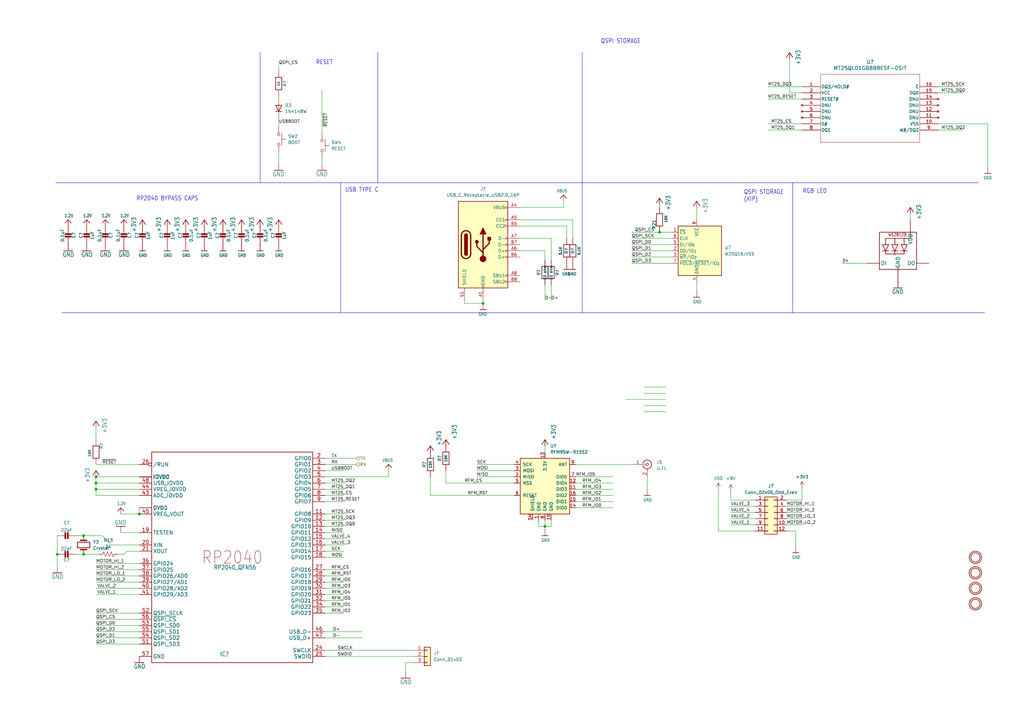
<source format=kicad_sch>
(kicad_sch (version 20250114) (generator "eeschema") (generator_version "9.0")
  (paper "A3")
  (bus_alias "QSPI" (members "d0" "d1" "d2" "d3" "sck" "cs" "cs2"))
  (text "RGB LED" (at 329.184 79.502 0) (effects (font (size 1.778 1.5113)) (justify left bottom)))
  (text "QSPI STORAGE" (at 246.38 18.034 0) (effects (font (size 1.778 1.5113)) (justify left bottom)))
  (text "USB TYPE C" (at 141.478 78.994 0) (effects (font (size 1.778 1.5113)) (justify left bottom)))
  (text "RESET" (at 129.54 26.67 0) (effects (font (size 1.778 1.5113)) (justify left bottom)))
  (text "QSPI STORAGE\n(XIP)" (at 305.054 82.804 0) (effects (font (size 1.778 1.5113)) (justify left bottom)))
  (text "RP2040 BYPASS CAPS" (at 55.88 82.55 0) (effects (font (size 1.778 1.5113)) (justify left bottom)))
  (junction (at 39.37 200.66))
  (junction (at 57.15 210.82))
  (junction (at 23.495 227.33))
  (junction (at 39.37 198.12))
  (junction (at 34.29 219.71))
  (junction (at 39.37 195.58))
  (junction (at 223.52 215.9))
  (junction (at 270.51 95.25))
  (junction (at 34.29 227.33))
  (junction (at 198.12 124.46))
  (wire (pts (xy 259.08 102.87) (xy 275.59 102.87)))
  (wire (pts (xy 57.15 218.44) (xy 49.53 218.44)) (stroke (width 0.1524)))
  (wire (pts (xy 223.52 102.87) (xy 223.52 106.68)))
  (wire (pts (xy 133.35 187.96) (xy 146.05 187.96)) (stroke (width 0.1524)))
  (wire (pts (xy 133.35 193.04) (xy 140.97 193.04)) (stroke (width 0.1524)))
  (wire (pts (xy 140.97 246.38) (xy 133.35 246.38)) (stroke (width 0.1524)))
  (wire (pts (xy 210.82 195.58) (xy 195.58 195.58)) (stroke (width 0.1524)))
  (wire (pts (xy 57.15 233.68) (xy 39.37 233.68)) (stroke (width 0.1524)))
  (wire (pts (xy 176.53 203.2) (xy 210.82 203.2)) (stroke (width 0.1524)))
  (wire (pts (xy 49.53 210.82) (xy 57.15 210.82)) (stroke (width 0.1524)))
  (wire (pts (xy 223.52 213.36) (xy 223.52 215.9)))
  (wire (pts (xy 251.46 200.66) (xy 236.22 200.66)) (stroke (width 0.1524)))
  (wire (pts (xy 146.05 190.5) (xy 133.35 190.5)) (stroke (width 0.1524)))
  (wire (pts (xy 323.85 38.1) (xy 328.93 38.1)))
  (wire (pts (xy 226.06 97.79) (xy 226.06 106.68)))
  (wire (pts (xy 132.08 36.83) (xy 132.08 54.61)))
  (wire (pts (xy 322.58 205.105) (xy 328.93 205.105)))
  (wire (pts (xy 259.08 105.41) (xy 275.59 105.41)))
  (wire (pts (xy 133.35 226.06) (xy 140.97 226.06)) (stroke (width 0.1524)))
  (wire (pts (xy 133.35 195.58) (xy 159.385 195.58)))
  (wire (pts (xy 223.52 116.84) (xy 223.52 123.19)))
  (wire (pts (xy 166.37 271.78) (xy 170.18 271.78)))
  (wire (pts (xy 133.35 266.7) (xy 170.18 266.7)) (stroke (width 0.1524)))
  (wire (pts (xy 31.115 219.71) (xy 32.385 219.71)) (stroke (width 0.1524)))
  (wire (pts (xy 314.96 53.34) (xy 328.93 53.34)))
  (polyline (pts (xy 22.86 74.93) (xy 106.68 74.93)) (stroke (width 0.1524) (type solid)))
  (polyline (pts (xy 325.12 128.27) (xy 403.86 128.27)) (stroke (width 0.1524) (type solid)))
  (wire (pts (xy 23.495 232.41) (xy 23.495 227.33)) (stroke (width 0.1524)))
  (wire (pts (xy 57.15 254) (xy 39.37 254)) (stroke (width 0.1524)))
  (wire (pts (xy 234.95 90.17) (xy 234.95 97.79)))
  (wire (pts (xy 133.35 205.74) (xy 140.97 205.74)) (stroke (width 0.1524)))
  (wire (pts (xy 223.52 182.88) (xy 223.52 185.42)))
  (polyline (pts (xy 154.94 74.93) (xy 154.94 21.59)) (stroke (width 0.1524) (type solid)))
  (polyline (pts (xy 238.76 74.93) (xy 154.94 74.93)) (stroke (width 0.1524) (type solid)))
  (wire (pts (xy 57.15 200.66) (xy 39.37 200.66)) (stroke (width 0.1524)))
  (wire (pts (xy 52.07 226.06) (xy 57.15 226.06)))
  (wire (pts (xy 39.37 175.26) (xy 39.37 180.34)) (stroke (width 0.1524)))
  (wire (pts (xy 31.115 227.33) (xy 32.385 227.33)) (stroke (width 0.1524)))
  (wire (pts (xy 323.85 24.13) (xy 323.85 38.1)))
  (wire (pts (xy 132.08 67.31) (xy 132.08 64.77)) (stroke (width 0.1524)))
  (wire (pts (xy 270.51 83.82) (xy 270.51 85.09)) (stroke (width 0.1524)))
  (wire (pts (xy 328.93 200.025) (xy 328.93 205.105)))
  (wire (pts (xy 23.495 219.71) (xy 23.495 227.33)) (stroke (width 0.1524)))
  (wire (pts (xy 39.37 238.76) (xy 57.15 238.76)) (stroke (width 0.1524)))
  (wire (pts (xy 232.41 92.71) (xy 232.41 97.79)))
  (wire (pts (xy 39.37 231.14) (xy 57.15 231.14)) (stroke (width 0.1524)))
  (wire (pts (xy 39.37 198.12) (xy 39.37 195.58)) (stroke (width 0.1524)))
  (wire (pts (xy 198.12 123.19) (xy 198.12 124.46)))
  (wire (pts (xy 133.35 269.24) (xy 170.18 269.24)) (stroke (width 0.1524)))
  (wire (pts (xy 213.36 102.87) (xy 223.52 102.87)))
  (wire (pts (xy 57.15 195.58) (xy 39.37 195.58)) (stroke (width 0.1524)))
  (wire (pts (xy 39.37 203.2) (xy 39.37 200.66)) (stroke (width 0.1524)))
  (wire (pts (xy 114.3 39.37) (xy 114.3 40.64)))
  (wire (pts (xy 57.15 203.2) (xy 39.37 203.2)) (stroke (width 0.1524)))
  (wire (pts (xy 322.58 210.185) (xy 328.93 210.185)))
  (wire (pts (xy 57.15 198.12) (xy 39.37 198.12)) (stroke (width 0.1524)))
  (wire (pts (xy 34.29 227.33) (xy 40.64 227.33)))
  (wire (pts (xy 39.37 259.08) (xy 57.15 259.08)) (stroke (width 0.1524)))
  (wire (pts (xy 195.58 190.5) (xy 210.82 190.5)) (stroke (width 0.1524)))
  (wire (pts (xy 133.35 210.82) (xy 140.97 210.82)) (stroke (width 0.1524)))
  (wire (pts (xy 226.06 116.84) (xy 226.06 123.19)))
  (wire (pts (xy 264.16 168.91) (xy 273.05 168.91)) (stroke (width 0.1524)))
  (wire (pts (xy 259.08 97.79) (xy 275.59 97.79)))
  (wire (pts (xy 57.15 190.5) (xy 39.37 190.5)) (stroke (width 0.1524)))
  (wire (pts (xy 384.81 53.34) (xy 394.97 53.34)))
  (wire (pts (xy 213.36 92.71) (xy 232.41 92.71)))
  (wire (pts (xy 251.46 203.2) (xy 236.22 203.2)) (stroke (width 0.1524)))
  (wire (pts (xy 57.15 251.46) (xy 39.37 251.46)) (stroke (width 0.1524)))
  (wire (pts (xy 299.72 201.295) (xy 299.72 205.105)))
  (wire (pts (xy 314.96 40.64) (xy 328.93 40.64)))
  (polyline (pts (xy 401.32 74.93) (xy 325.12 74.93)) (stroke (width 0.1524) (type solid)))
  (wire (pts (xy 231.14 82.55) (xy 231.14 85.09)))
  (wire (pts (xy 133.35 203.2) (xy 140.97 203.2)) (stroke (width 0.1524)))
  (wire (pts (xy 213.36 90.17) (xy 234.95 90.17)))
  (polyline (pts (xy 325.12 74.93) (xy 238.76 74.93)) (stroke (width 0.1524) (type solid)))
  (wire (pts (xy 48.26 227.33) (xy 50.8 227.33)))
  (wire (pts (xy 256.54 163.83) (xy 273.05 163.83)))
  (wire (pts (xy 39.37 261.62) (xy 57.15 261.62)) (stroke (width 0.1524)))
  (wire (pts (xy 133.35 213.36) (xy 140.97 213.36)) (stroke (width 0.1524)))
  (wire (pts (xy 314.96 50.8) (xy 328.93 50.8)))
  (wire (pts (xy 220.98 215.9) (xy 223.52 215.9)))
  (wire (pts (xy 114.3 29.21) (xy 114.3 26.67)) (stroke (width 0.1524)))
  (wire (pts (xy 299.72 210.185) (xy 309.88 210.185)))
  (wire (pts (xy 195.58 193.04) (xy 210.82 193.04)) (stroke (width 0.1524)))
  (wire (pts (xy 405.13 50.8) (xy 405.13 68.58)))
  (wire (pts (xy 133.35 198.12) (xy 140.97 198.12)))
  (wire (pts (xy 384.81 38.1) (xy 394.97 38.1)))
  (wire (pts (xy 114.3 48.26) (xy 114.3 52.07)))
  (wire (pts (xy 133.35 259.08) (xy 148.59 259.08)) (stroke (width 0.1524)))
  (wire (pts (xy 326.39 217.805) (xy 326.39 224.155)))
  (wire (pts (xy 39.37 200.66) (xy 39.37 198.12)) (stroke (width 0.1524)))
  (wire (pts (xy 314.96 35.56) (xy 328.93 35.56)))
  (wire (pts (xy 32.385 219.71) (xy 34.29 219.71)))
  (wire (pts (xy 384.81 35.56) (xy 394.97 35.56)))
  (wire (pts (xy 32.385 227.33) (xy 34.29 227.33)))
  (wire (pts (xy 133.35 200.66) (xy 140.97 200.66)) (stroke (width 0.1524)))
  (polyline (pts (xy 106.68 74.93) (xy 106.68 21.59)) (stroke (width 0.1524) (type solid)))
  (wire (pts (xy 133.35 233.68) (xy 140.97 233.68)) (stroke (width 0.1524)))
  (wire (pts (xy 140.97 241.3) (xy 133.35 241.3)) (stroke (width 0.1524)))
  (wire (pts (xy 39.37 256.54) (xy 57.15 256.54)) (stroke (width 0.1524)))
  (wire (pts (xy 57.15 208.28) (xy 57.15 210.82)) (stroke (width 0.1524)))
  (wire (pts (xy 50.8 227.33) (xy 52.07 226.06)))
  (wire (pts (xy 133.35 215.9) (xy 140.97 215.9)) (stroke (width 0.1524)))
  (polyline (pts (xy 139.7 74.93) (xy 106.68 74.93)) (stroke (width 0.1524) (type solid)))
  (wire (pts (xy 299.72 212.725) (xy 309.88 212.725)))
  (wire (pts (xy 39.37 243.84) (xy 57.15 243.84)) (stroke (width 0.1524)))
  (wire (pts (xy 270.51 95.25) (xy 275.59 95.25)))
  (wire (pts (xy 166.37 271.78) (xy 166.37 275.59)))
  (wire (pts (xy 190.5 124.46) (xy 198.12 124.46)))
  (polyline (pts (xy 325.12 128.27) (xy 325.12 74.93)) (stroke (width 0.1524) (type solid)))
  (wire (pts (xy 322.58 217.805) (xy 326.39 217.805)))
  (polyline (pts (xy 139.7 128.27) (xy 139.7 74.93)) (stroke (width 0.1524) (type solid)))
  (wire (pts (xy 322.58 212.725) (xy 328.93 212.725)))
  (wire (pts (xy 265.43 195.58) (xy 265.43 200.66)) (stroke (width 0.1524)))
  (wire (pts (xy 322.58 215.265) (xy 328.93 215.265)))
  (wire (pts (xy 182.88 198.12) (xy 182.88 193.04)) (stroke (width 0.1524)))
  (wire (pts (xy 299.72 205.105) (xy 309.88 205.105)))
  (wire (pts (xy 373.38 90.17) (xy 373.38 87.63)) (stroke (width 0.1524)))
  (wire (pts (xy 273.05 166.37) (xy 264.16 166.37)) (stroke (width 0.1524)))
  (wire (pts (xy 133.35 223.52) (xy 140.97 223.52)))
  (wire (pts (xy 294.64 200.66) (xy 294.64 217.805)))
  (wire (pts (xy 140.97 251.46) (xy 133.35 251.46)) (stroke (width 0.1524)))
  (wire (pts (xy 133.35 243.84) (xy 140.97 243.84)) (stroke (width 0.1524)))
  (wire (pts (xy 57.15 241.3) (xy 39.37 241.3)) (stroke (width 0.1524)))
  (wire (pts (xy 259.08 95.25) (xy 270.51 95.25)))
  (wire (pts (xy 176.53 203.2) (xy 176.53 195.58)) (stroke (width 0.1524)))
  (wire (pts (xy 223.52 215.9) (xy 223.52 217.17)))
  (wire (pts (xy 133.35 261.62) (xy 148.59 261.62)) (stroke (width 0.1524)))
  (wire (pts (xy 285.75 85.09) (xy 285.75 90.17)) (stroke (width 0.1524)))
  (wire (pts (xy 322.58 207.645) (xy 328.93 207.645)))
  (wire (pts (xy 133.35 238.76) (xy 140.97 238.76)) (stroke (width 0.1524)))
  (wire (pts (xy 236.22 198.12) (xy 251.46 198.12)) (stroke (width 0.1524)))
  (wire (pts (xy 251.46 208.28) (xy 236.22 208.28)) (stroke (width 0.1524)))
  (polyline (pts (xy 25.4 128.27) (xy 238.76 128.27)) (stroke (width 0.1524) (type solid)))
  (wire (pts (xy 355.6 107.95) (xy 345.44 107.95)) (stroke (width 0.1524)))
  (wire (pts (xy 226.06 213.36) (xy 226.06 215.9)))
  (wire (pts (xy 285.75 115.57) (xy 285.75 119.38)))
  (wire (pts (xy 190.5 123.19) (xy 190.5 124.46)))
  (polyline (pts (xy 238.76 74.93) (xy 238.76 21.59)) (stroke (width 0.1524) (type solid)))
  (wire (pts (xy 251.46 205.74) (xy 236.22 205.74)) (stroke (width 0.1524)))
  (wire (pts (xy 45.72 223.52) (xy 41.91 219.71)))
  (wire (pts (xy 133.35 218.44) (xy 140.97 218.44)) (stroke (width 0.1524)))
  (wire (pts (xy 114.3 62.23) (xy 114.3 67.31)) (stroke (width 0.1524)))
  (wire (pts (xy 159.385 193.04) (xy 159.385 195.58)))
  (wire (pts (xy 133.35 228.6) (xy 140.97 228.6)) (stroke (width 0.1524)))
  (wire (pts (xy 45.72 223.52) (xy 57.15 223.52)))
  (wire (pts (xy 294.64 217.805) (xy 309.88 217.805)))
  (polyline (pts (xy 238.76 128.27) (xy 238.76 74.93)) (stroke (width 0.1524) (type solid)))
  (wire (pts (xy 213.36 85.09) (xy 231.14 85.09)))
  (wire (pts (xy 140.97 236.22) (xy 133.35 236.22)) (stroke (width 0.1524)))
  (wire (pts (xy 259.08 107.95) (xy 275.59 107.95)))
  (polyline (pts (xy 154.94 74.93) (xy 139.7 74.93)) (stroke (width 0.1524) (type solid)))
  (wire (pts (xy 251.46 195.58) (xy 236.22 195.58)) (stroke (width 0.1524)))
  (wire (pts (xy 223.52 215.9) (xy 226.06 215.9)))
  (wire (pts (xy 299.72 215.265) (xy 309.88 215.265)))
  (wire (pts (xy 273.05 161.29) (xy 264.16 161.29)) (stroke (width 0.1524)))
  (wire (pts (xy 259.08 100.33) (xy 275.59 100.33)))
  (wire (pts (xy 299.72 207.645) (xy 309.88 207.645)))
  (wire (pts (xy 133.35 220.98) (xy 140.97 220.98)))
  (wire (pts (xy 213.36 97.79) (xy 226.06 97.79)))
  (wire (pts (xy 57.15 236.22) (xy 39.37 236.22)) (stroke (width 0.1524)))
  (wire (pts (xy 133.35 248.92) (xy 140.97 248.92)) (stroke (width 0.1524)))
  (wire (pts (xy 220.98 213.36) (xy 220.98 215.9)))
  (wire (pts (xy 182.88 198.12) (xy 210.82 198.12)) (stroke (width 0.1524)))
  (wire (pts (xy 384.81 50.8) (xy 405.13 50.8)))
  (wire (pts (xy 34.29 219.71) (xy 41.91 219.71)))
  (wire (pts (xy 264.16 158.75) (xy 273.05 158.75)) (stroke (width 0.1524)))
  (polyline (pts (xy 238.76 128.27) (xy 325.12 128.27)) (stroke (width 0.1524) (type solid)))
  (wire (pts (xy 39.37 264.16) (xy 57.15 264.16)))
  (wire (pts (xy 236.22 190.5) (xy 260.35 190.5)))
  (label "QSPI_CS" (at 39.37 254 0) (effects (font (size 1.2446 1.2446))))
  (label "USBBOOT" (at 135.89 193.04 0) (effects (font (size 1.2446 1.2446))))
  (label "SCK" (at 135.89 226.06 0) (effects (font (size 1.2446 1.2446))))
  (label "RFM_IO3" (at 238.76 200.66 0) (effects (font (size 1.2446 1.2446))))
  (label "RFM_IO5" (at 236.22 195.58 0) (effects (font (size 1.2446 1.2446))))
  (label "QSPI_CS" (at 114.3 26.67 0) (effects (font (size 1.2446 1.2446))))
  (label "RFM_CS" (at 135.89 233.68 0) (effects (font (size 1.2446 1.2446))))
  (label "RFM_IO4" (at 135.89 243.84 0) (effects (font (size 1.2446 1.2446))))
  (label "MOTOR_LO_1" (at 39.37 236.22 0))
  (label "RFM_IO0" (at 238.76 208.28 0) (effects (font (size 1.2446 1.2446))))
  (label "MT25_DQ0" (at 386.08 38.1 0))
  (label "MT25_DQ2" (at 386.08 53.34 0))
  (label "TX" (at 135.89 187.96 0) (effects (font (size 1.2446 1.2446))))
  (label "MOTOR_LO_1" (at 322.58 212.725 0))
  (label "MOSI" (at 195.58 193.04 0) (effects (font (size 1.2446 1.2446))))
  (label "VALVE_1" (at 299.72 215.265 0))
  (label "RFM_CS" (at 190.5 198.12 0) (effects (font (size 1.2446 1.2446))))
  (label "MOTOR_LO_2" (at 39.37 238.76 0))
  (label "VALVE_2" (at 47.625 241.3 180))
  (label "SWCLK" (at 138.43 266.7 0) (effects (font (size 1.2446 1.2446))))
  (label "MT25_CS" (at 135.89 203.2 0))
  (label "RFM_RST" (at 191.77 203.2 0) (effects (font (size 1.2446 1.2446))))
  (label "RFM_RST" (at 135.89 236.22 0) (effects (font (size 1.2446 1.2446))))
  (label "RFM_IO1" (at 135.89 248.92 0) (effects (font (size 1.2446 1.2446))))
  (label "MT25_SCK" (at 135.89 210.82 0))
  (label "USBBOOT" (at 114.3 50.8 0) (effects (font (size 1.2446 1.2446))))
  (label "MT25_DQ3" (at 135.89 213.36 0))
  (label "QSPI_D0" (at 39.37 256.54 0) (effects (font (size 1.2446 1.2446))))
  (label "MT25_DQ0" (at 135.89 215.9 0))
  (label "MOSI" (at 135.89 228.6 0) (effects (font (size 1.2446 1.2446))))
  (label "MISO" (at 135.89 218.44 0) (effects (font (size 1.2446 1.2446))))
  (label "D-" (at 223.52 123.19 0))
  (label "QSPI_SCK" (at 259.08 97.79 0))
  (label "D-" (at 136.525 261.62 0) (effects (font (size 1.2446 1.2446))))
  (label "SCK" (at 195.58 190.5 0) (effects (font (size 1.2446 1.2446))))
  (label "RFM_IO1" (at 238.76 205.74 0) (effects (font (size 1.2446 1.2446))))
  (label "MOTOR_HI_2" (at 322.58 210.185 0))
  (label "QSPI_D0" (at 259.08 100.33 0))
  (label "QSPI_D1" (at 39.37 261.62 0) (effects (font (size 1.2446 1.2446))))
  (label "RFM_IO4" (at 238.76 198.12 0) (effects (font (size 1.2446 1.2446))))
  (label "MT25_DQ2" (at 135.89 198.12 0))
  (label "~{RESET}" (at 134.62 52.07 90) (effects (font (size 1.2446 1.2446))))
  (label "QSPI_D1" (at 259.08 102.87 0))
  (label "VALVE_1" (at 47.625 243.84 180))
  (label "VALVE_4" (at 135.89 220.98 0))
  (label "RFM_IO2" (at 135.89 251.46 0) (effects (font (size 1.2446 1.2446))))
  (label "MT25_SCK" (at 386.08 35.56 0))
  (label "MT25_DQ3" (at 314.96 35.56 0))
  (label "VALVE_3" (at 299.72 207.645 0))
  (label "QSPI_D3" (at 259.08 107.95 0))
  (label "MT25_DQ1" (at 316.23 53.34 0))
  (label "RFM_IO0" (at 135.89 246.38 0) (effects (font (size 1.2446 1.2446))))
  (label "RFM_IO3" (at 135.89 241.3 0) (effects (font (size 1.2446 1.2446))))
  (label "MISO" (at 195.58 195.58 0) (effects (font (size 1.2446 1.2446))))
  (label "VALVE_3" (at 135.89 223.52 0))
  (label "MT25_CS" (at 316.23 50.8 0))
  (label "QSPI_D2" (at 259.08 105.41 0))
  (label "QSPI_CS" (at 260.35 95.25 0))
  (label "D4" (at 345.44 107.95 0) (effects (font (size 1.2446 1.2446))))
  (label "~{RESET}" (at 41.91 190.5 0) (effects (font (size 1.2446 1.2446))))
  (label "RFM_IO5" (at 135.89 238.76 0) (effects (font (size 1.2446 1.2446))))
  (label "RX" (at 135.89 190.5 0) (effects (font (size 1.2446 1.2446))))
  (label "MOTOR_HI_1" (at 322.58 207.645 0))
  (label "D+" (at 136.525 259.08 0) (effects (font (size 1.2446 1.2446))))
  (label "MT25_RESET" (at 314.96 40.64 0))
  (label "MT25_DQ1" (at 135.89 200.66 0))
  (label "MOTOR_LO_2" (at 322.58 215.265 0))
  (label "QSPI_D2" (at 39.37 259.08 0) (effects (font (size 1.2446 1.2446))))
  (label "MOTOR_HI_2" (at 39.37 233.68 0))
  (label "SWDIO" (at 138.43 269.24 0) (effects (font (size 1.2446 1.2446))))
  (label "VALVE_2" (at 299.72 212.725 0))
  (label "VALVE_4" (at 299.72 210.185 0))
  (label "MT25_RESET" (at 135.89 205.74 0))
  (label "D+" (at 226.06 123.19 0))
  (label "MOTOR_HI_1" (at 39.37 231.14 0))
  (label "QSPI_D3" (at 39.37 264.16 0) (effects (font (size 1.2446 1.2446))))
  (label "RFM_IO2" (at 238.76 203.2 0) (effects (font (size 1.2446 1.2446))))
  (label "QSPI_SCK" (at 39.37 251.46 0) (effects (font (size 1.2446 1.2446))))
  (hierarchical_label "RX" (shape input) (at 146.05 190.5 0))
  (hierarchical_label "TX" (shape input) (at 146.05 187.96 0))
  (symbol (lib_id "Switch:SW_Push") (at 132.08 59.69 270) (unit 1)
    (property "Reference" "SW4" (at 135.89 58.4199 90) (effects (justify left)))
    (property "Value" "RESET" (at 135.89 60.9599 90) (effects (justify left)))
    (property "Footprint" "Button_Switch_SMD:SW_SPST_EVQP2_MiddlePushTravel_H2.5mm" (effects (hide yes)))
    (property "Description" "Push button switch, generic, two pins" (effects (hide yes)))
  )
  (symbol (lib_id "Connector_Generic:Conn_02x06_Odd_Even") (at 314.96 210.185 0) (unit 1)
    (property "Reference" "J7" (at 316.23 199.39 0))
    (property "Value" "Conn_02x06_Odd_Even" (at 316.23 201.93 0))
    (property "Footprint" "Connector_PinHeader_2.54mm:PinHeader_2x06_P2.54mm_Vertical" (effects (hide yes)))
    (property "Description" "Generic connector, double row, 02x06, odd/even pin numbering scheme (row 1 odd numbers, row 2 even numbers), script generated (kicad-library-utils/schlib/autogen/connector/)" (effects (hide yes)))
  )
  (symbol (lib_id "Adafruit Feather RP2040 RFM-eagle-import:CAP_CERAMIC_0402NO") (at 28.575 219.71 90) (unit 1)
    (property "Reference" "C?" (at 27.325 214.38 90))
    (property "Value" "22pF" (at 27.325 217.41 90))
    (property "Footprint" "Capacitor_SMD:C_0805_2012Metric" (effects (hide yes)))
  )
  (symbol (lib_id "Adafruit Feather RP2040 RFM-eagle-import:GND") (at 265.43 203.2 0) (unit 1)
    (property "Reference" "#U$?" (effects (hide yes)))
    (property "Value" "GND" (at 263.906 205.74 0) (effects (font (size 1.27 1.0795)) (justify left bottom)))
  )
  (symbol (lib_id "Adafruit Feather RP2040 RFM-eagle-import:RESISTOR_0402NO") (at 223.52 111.76 90) (mirror x) (unit 1)
    (property "Reference" "R?" (at 220.98 111.76 0))
    (property "Value" "22 ohm" (at 223.52 111.76 0) (effects (font (size 1.016 1.016) (thickness 0.2032) (bold yes))))
    (property "Footprint" "Resistor_SMD:R_0805_2012Metric" (effects (hide yes)))
  )
  (symbol (lib_id "Connector:Conn_Coaxial") (at 265.43 190.5 0) (unit 1)
    (property "Reference" "J5" (at 269.24 189.5231 0) (effects (justify left)))
    (property "Value" "U.FL" (at 269.24 192.0631 0) (effects (justify left)))
    (property "Footprint" "Connector_Coaxial:U.FL_Molex_MCRF_73412-0110_Vertical" (effects (hide yes)))
    (property "Description" "coaxial connector (BNC, SMA, SMB, SMC, Cinch/RCA, LEMO, ...)" (effects (hide yes)))
  )
  (symbol (lib_id "Adafruit Feather RP2040 RFM-eagle-import:WS2812B_SK6805_1515") (at 368.3 105.41 0) (unit 1)
    (property "Reference" "LED?" (effects (hide yes)))
    (property "Value" "WS2812B_SK6805_1515" (effects (hide yes)))
    (property "Footprint" "LED_SMD:LED_WS2812B_PLCC4_5.0x5.0mm_P3.2mm" (effects (hide yes)))
  )
  (symbol (lib_id "Adafruit Feather RP2040 RFM-eagle-import:+3V3") (at 373.38 85.09 0) (mirror y) (unit 1)
    (property "Reference" "#+3V?" (effects (hide yes)))
    (property "Value" "+3V3" (at 375.92 90.17 90) (effects (font (size 1.778 1.5113)) (justify left bottom)))
  )
  (symbol (lib_id "Adafruit Feather RP2040 RFM-eagle-import:CAP_CERAMIC_0402NO") (at 58.42 97.79 0) (unit 1)
    (property "Reference" "C?" (at 56.13 96.54 90))
    (property "Value" "1uF" (at 60.72 96.54 90))
    (property "Footprint" "Capacitor_SMD:C_0805_2012Metric" (effects (hide yes)))
  )
  (symbol (lib_id "Adafruit Feather RP2040 RFM-eagle-import:GND") (at 285.75 121.92 0) (unit 1)
    (property "Reference" "#U$031" (effects (hide yes)))
    (property "Value" "GND" (at 284.226 124.46 0) (effects (font (size 1.27 1.0795)) (justify left bottom)))
  )
  (symbol (lib_id "Adafruit Feather RP2040 RFM-eagle-import:RESISTOR_0402NO") (at 114.3 34.29 270) (unit 1)
    (property "Reference" "R?" (at 116.84 34.29 0))
    (property "Value" "1K" (at 114.3 34.29 0) (effects (font (size 1.016 1.016) (thickness 0.2032) (bold yes))))
    (property "Footprint" "Resistor_SMD:R_0805_2012Metric" (effects (hide yes)))
  )
  (symbol (lib_id "Connector_Generic:Conn_01x03") (at 175.26 269.24 0) (unit 1)
    (property "Reference" "J?" (at 177.8 267.9699 0) (effects (justify left)))
    (property "Value" "Conn_01x03" (at 177.8 270.5099 0) (effects (justify left)))
    (property "Footprint" "Connector_PinHeader_2.54mm:PinHeader_1x03_P2.54mm_Vertical" (effects (hide yes)))
    (property "Description" "Generic connector, single row, 01x03, script generated (kicad-library-utils/schlib/autogen/connector/)" (effects (hide yes)))
  )
  (symbol (lib_id "Adafruit Feather RP2040 RFM-eagle-import:1.2V") (at 50.8 90.17 0) (unit 1)
    (property "Reference" "#U$?" (effects (hide yes)))
    (property "Value" "1.2V" (at 49.276 89.154 0) (effects (font (size 1.27 1.0795)) (justify left bottom)))
  )
  (symbol (lib_id "Adafruit Feather RP2040 RFM-eagle-import:supply1_371_GND") (at 132.08 69.85 0) (unit 1)
    (property "Reference" "#GND?" (effects (hide yes)))
    (property "Value" "GND" (at 129.54 72.39 0) (effects (font (size 1.778 1.5113)) (justify left bottom)))
  )
  (symbol (lib_id "Diode:1N4148W") (at 114.3 44.45 90) (unit 1)
    (property "Reference" "D3" (at 116.84 43.1799 90) (effects (justify right)))
    (property "Value" "1N4148W" (at 116.84 45.7199 90) (effects (justify right)))
    (property "Footprint" "Diode_SMD:D_SOD-123" (effects (hide yes)))
    (property "Datasheet" "https://www.vishay.com/docs/85748/1n4148w.pdf" (effects (hide yes)))
    (property "Description" "75V 0.15A Fast Switching Diode, SOD-123" (effects (hide yes)))
    (property "Sim.Device" "D" (effects (hide yes)))
    (property "Sim.Pins" "1=K 2=A" (effects (hide yes)))
  )
  (symbol (lib_id "Adafruit Feather RP2040 RFM-eagle-import:CAP_CERAMIC_0402NO") (at 43.18 95.25 180) (unit 1)
    (property "Reference" "C?" (at 45.47 96.5 90))
    (property "Value" "0.1uF" (at 40.88 96.5 90))
    (property "Footprint" "Capacitor_SMD:C_0805_2012Metric" (effects (hide yes)))
  )
  (symbol (lib_id "Adafruit Feather RP2040 RFM-eagle-import:GND") (at 91.44 102.87 0) (unit 1)
    (property "Reference" "#U$?" (effects (hide yes)))
    (property "Value" "GND" (at 89.916 105.41 0) (effects (font (size 1.27 1.0795)) (justify left bottom)))
  )
  (symbol (lib_id "Adafruit Feather RP2040 RFM-eagle-import:supply1_371_GND") (at 35.56 102.87 0) (mirror y) (unit 1)
    (property "Reference" "#GND?" (effects (hide yes)))
    (property "Value" "GND" (at 38.1 105.41 0) (effects (font (size 1.778 1.5113)) (justify left bottom)))
  )
  (symbol (lib_id "Adafruit Feather RP2040 RFM-eagle-import:CAP_CERAMIC_0402NO") (at 99.06 97.79 0) (unit 1)
    (property "Reference" "C?" (at 96.77 96.54 90))
    (property "Value" "0.1uF" (at 101.36 96.54 90))
    (property "Footprint" "Capacitor_SMD:C_0805_2012Metric" (effects (hide yes)))
  )
  (symbol (lib_id "Adafruit Feather RP2040 RFM-eagle-import:MOUNTINGHOLE2.5") (at 400.05 234.95 0) (unit 1)
    (property "Reference" "U$?" (effects (hide yes)))
    (property "Value" "MOUNTINGHOLE2.5" (effects (hide yes)))
    (property "Footprint" "MountingHole:MountingHole_2.5mm_Pad" (effects (hide yes)))
  )
  (symbol (lib_id "Adafruit Feather RP2040 RFM-eagle-import:supply1_371_GND") (at 23.495 234.95 0) (mirror y) (unit 1)
    (property "Reference" "#GND?" (effects (hide yes)))
    (property "Value" "GND" (at 26.035 237.49 0) (effects (font (size 1.778 1.5113)) (justify left bottom)))
  )
  (symbol (lib_id "Adafruit Feather RP2040 RFM-eagle-import:VBUS") (at 231.14 80.01 0) (mirror y) (unit 1)
    (property "Reference" "#U$?" (effects (hide yes)))
    (property "Value" "VBUS" (at 232.664 78.994 0) (effects (font (size 1.27 1.0795)) (justify left bottom)))
  )
  (symbol (lib_id "Adafruit Feather RP2040 RFM-eagle-import:RESISTOR_0402NO") (at 232.41 102.87 270) (mirror x) (unit 1)
    (property "Reference" "R?" (at 232.41 102.87 0))
    (property "Value" "5.1K" (at 229.87 102.87 0) (effects (font (size 1.016 1.016) (thickness 0.2032) (bold yes))))
    (property "Footprint" "Resistor_SMD:R_0805_2012Metric" (effects (hide yes)))
  )
  (symbol (lib_id "Adafruit Feather RP2040 RFM-eagle-import:CAP_CERAMIC_0402NO") (at 114.3 97.79 0) (unit 1)
    (property "Reference" "C?" (at 112.01 96.54 90))
    (property "Value" "1uF" (at 116.6 96.54 90))
    (property "Footprint" "Capacitor_SMD:C_0805_2012Metric" (effects (hide yes)))
  )
  (symbol (lib_id "Adafruit Feather RP2040 RFM-eagle-import:supply1_371_GND") (at 166.37 278.13 0) (mirror y) (unit 1)
    (property "Reference" "#GND?" (effects (hide yes)))
    (property "Value" "GND" (at 168.91 280.67 0) (effects (font (size 1.778 1.5113)) (justify left bottom)))
  )
  (symbol (lib_id "Adafruit Feather RP2040 RFM-eagle-import:+3V3") (at 76.2 90.17 0) (unit 1)
    (property "Reference" "#+3V?" (effects (hide yes)))
    (property "Value" "+3V3" (at 73.66 95.25 90) (effects (font (size 1.778 1.5113)) (justify left bottom)))
  )
  (symbol (lib_id "RF_Module:RFM95W-915S2") (at 223.52 198.12 0) (unit 1)
    (property "Reference" "U?" (at 225.6633 182.88 0) (effects (justify left)))
    (property "Value" "RFM95W-915S2" (at 225.6633 185.42 0) (effects (justify left)))
    (property "Footprint" "RF_Module:HOPERF_RFM9XW_SMD" (effects (hide yes)))
    (property "Datasheet" "https://www.hoperf.com/data/upload/portal/20181127/5bfcbea20e9ef.pdf" (effects (hide yes)))
    (property "Description" "Low power long range transceiver module, SPI and parallel interface, 915 MHz, spreading factor 6 to12, bandwidth 7.8 to 500kHz, -111 to -148 dBm, SMD-16, DIP-16" (effects (hide yes)))
  )
  (symbol (lib_id "Adafruit Feather RP2040 RFM-eagle-import:1.2V") (at 43.18 90.17 0) (unit 1)
    (property "Reference" "#U$?" (effects (hide yes)))
    (property "Value" "1.2V" (at 41.656 89.154 0) (effects (font (size 1.27 1.0795)) (justify left bottom)))
  )
  (symbol (lib_id "Adafruit Feather RP2040 RFM-eagle-import:+3V3") (at 270.51 81.28 0) (mirror y) (unit 1)
    (property "Reference" "#+3V014" (effects (hide yes)))
    (property "Value" "+3V3" (at 273.05 86.36 90) (effects (font (size 1.778 1.5113)) (justify left bottom)))
  )
  (symbol (lib_id "Memory_Flash:W25Q16JVSS") (at 285.75 102.87 0) (unit 1)
    (property "Reference" "U7" (at 297.18 101.5999 0) (effects (justify left)))
    (property "Value" "W25Q16JVSS" (at 297.18 104.1399 0) (effects (justify left)))
    (property "Footprint" "Package_SO:SOIC-8_5.3x5.3mm_P1.27mm" (effects (hide yes)))
    (property "Datasheet" "https://www.winbond.com/hq/support/documentation/levelOne.jsp?__locale=en&DocNo=DA00-W25Q16JV.1" (effects (hide yes)))
    (property "Description" "16Mbit / 2MiB Serial Flash Memory, Standard/Dual/Quad SPI, 2.7-3.6V, SOIC-8 (208 mil)" (effects (hide yes)))
  )
  (symbol (lib_id "Adafruit Feather RP2040 RFM-eagle-import:+3V3") (at 99.06 90.17 0) (unit 1)
    (property "Reference" "#+3V?" (effects (hide yes)))
    (property "Value" "+3V3" (at 96.52 95.25 90) (effects (font (size 1.778 1.5113)) (justify left bottom)))
  )
  (symbol (lib_id "Adafruit Feather RP2040 RFM-eagle-import:supply1_371_GND") (at 43.18 102.87 0) (mirror y) (unit 1)
    (property "Reference" "#GND?" (effects (hide yes)))
    (property "Value" "GND" (at 45.72 105.41 0) (effects (font (size 1.778 1.5113)) (justify left bottom)))
  )
  (symbol (lib_id "Adafruit Feather RP2040 RFM-eagle-import:GND") (at 99.06 102.87 0) (unit 1)
    (property "Reference" "#U$?" (effects (hide yes)))
    (property "Value" "GND" (at 97.536 105.41 0) (effects (font (size 1.27 1.0795)) (justify left bottom)))
  )
  (symbol (lib_id "Device:R_US") (at 44.45 227.33 90) (unit 1)
    (property "Reference" "R13" (at 44.45 221.615 90))
    (property "Value" "1k" (at 44.45 224.155 90))
    (property "Footprint" "Resistor_SMD:R_0805_2012Metric" (effects (hide yes)))
    (property "Description" "Resistor, US symbol" (effects (hide yes)))
  )
  (symbol (lib_id "Adafruit Feather RP2040 RFM-eagle-import:supply1_371_GND") (at 368.3 118.11 0) (unit 1)
    (property "Reference" "#GND?" (effects (hide yes)))
    (property "Value" "GND" (at 365.76 120.65 0) (effects (font (size 1.778 1.5113)) (justify left bottom)))
  )
  (symbol (lib_id "Adafruit Feather RP2040 RFM-eagle-import:GND") (at 234.95 110.49 0) (mirror y) (unit 1)
    (property "Reference" "#U$?" (effects (hide yes)))
    (property "Value" "GND" (at 236.474 113.03 0) (effects (font (size 1.27 1.0795)) (justify left bottom)))
  )
  (symbol (lib_id "Switch:SW_Push") (at 114.3 57.15 270) (unit 1)
    (property "Reference" "SW2" (at 118.11 55.8799 90) (effects (justify left)))
    (property "Value" "BOOT" (at 118.11 58.4199 90) (effects (justify left)))
    (property "Footprint" "Button_Switch_SMD:SW_SPST_EVQP2_MiddlePushTravel_H2.5mm" (effects (hide yes)))
    (property "Description" "Push button switch, generic, two pins" (effects (hide yes)))
  )
  (symbol (lib_id "Adafruit Feather RP2040 RFM-eagle-import:GND") (at 68.58 102.87 0) (unit 1)
    (property "Reference" "#U$?" (effects (hide yes)))
    (property "Value" "GND" (at 67.056 105.41 0) (effects (font (size 1.27 1.0795)) (justify left bottom)))
  )
  (symbol (lib_id "Adafruit Feather RP2040 RFM-eagle-import:RESISTOR_0402NO") (at 176.53 190.5 90) (unit 1)
    (property "Reference" "R?" (at 173.99 190.5 0))
    (property "Value" "10K" (at 176.53 190.5 0) (effects (font (size 1.016 1.016) (thickness 0.2032) (bold yes))))
    (property "Footprint" "Resistor_SMD:R_0805_2012Metric" (effects (hide yes)))
  )
  (symbol (lib_id "Adafruit Feather RP2040 RFM-eagle-import:+3V3") (at 114.3 90.17 0) (unit 1)
    (property "Reference" "#+3V?" (effects (hide yes)))
    (property "Value" "+3V3" (at 111.76 95.25 90) (effects (font (size 1.778 1.5113)) (justify left bottom)))
  )
  (symbol (lib_id "Adafruit Feather RP2040 RFM-eagle-import:+3V3") (at 323.85 21.59 0) (mirror y) (unit 1)
    (property "Reference" "#+3V?" (effects (hide yes)))
    (property "Value" "+3V3" (at 326.39 26.67 90) (effects (font (size 1.778 1.5113)) (justify left bottom)))
  )
  (symbol (lib_id "power:VDD") (at 294.64 200.66 0) (unit 1)
    (property "Reference" "#PWR09" (effects (hide yes)))
    (property "Value" "VDD" (at 294.64 196.215 0))
    (property "Description" "Power symbol creates a global label with name \"VDD\"" (effects (hide yes)))
  )
  (symbol (lib_id "Adafruit Feather RP2040 RFM-eagle-import:CAP_CERAMIC_0402NO") (at 76.2 97.79 0) (unit 1)
    (property "Reference" "C?" (at 73.91 96.54 90))
    (property "Value" "0.1uF" (at 78.5 96.54 90))
    (property "Footprint" "Capacitor_SMD:C_0805_2012Metric" (effects (hide yes)))
  )
  (symbol (lib_id "Adafruit Feather RP2040 RFM-eagle-import:GND") (at 114.3 102.87 0) (unit 1)
    (property "Reference" "#U$?" (effects (hide yes)))
    (property "Value" "GND" (at 112.776 105.41 0) (effects (font (size 1.27 1.0795)) (justify left bottom)))
  )
  (symbol (lib_id "Adafruit Feather RP2040 RFM-eagle-import:+3V3") (at 39.37 193.04 0) (unit 1)
    (property "Reference" "#+3V?" (effects (hide yes)))
    (property "Value" "+3V3" (at 36.83 198.12 90) (effects (font (size 1.778 1.5113)) (justify left bottom)))
  )
  (symbol (lib_id "Adafruit Feather RP2040 RFM-eagle-import:supply1_371_GND") (at 57.15 271.78 0) (mirror y) (unit 1)
    (property "Reference" "#GND?" (effects (hide yes)))
    (property "Value" "GND" (at 59.69 274.32 0) (effects (font (size 1.778 1.5113)) (justify left bottom)))
  )
  (symbol (lib_id "Connector:USB_C_Receptacle_USB2.0_16P") (at 198.12 100.33 0) (unit 1)
    (property "Reference" "J?" (at 198.12 77.47 0))
    (property "Value" "USB_C_Receptacle_USB2.0_16P" (at 198.12 80.01 0))
    (property "Footprint" "Connector_USB:USB_C_Receptacle_GCT_USB4110" (effects (hide yes)))
    (property "Datasheet" "https://www.usb.org/sites/default/files/documents/usb_type-c.zip" (effects (hide yes)))
    (property "Description" "USB 2.0-only 16P Type-C Receptacle connector" (effects (hide yes)))
  )
  (symbol (lib_id "Adafruit Feather RP2040 RFM-eagle-import:CAP_CERAMIC_0402NO") (at 50.8 95.25 180) (unit 1)
    (property "Reference" "C?" (at 53.09 96.5 90))
    (property "Value" "0.1uF" (at 48.5 96.5 90))
    (property "Footprint" "Capacitor_SMD:C_0805_2012Metric" (effects (hide yes)))
  )
  (symbol (lib_id "Adafruit Feather RP2040 RFM-eagle-import:VBUS") (at 159.385 190.5 0) (mirror y) (unit 1)
    (property "Reference" "#U$024" (effects (hide yes)))
    (property "Value" "VBUS" (at 161.163 189.484 0) (effects (font (size 1.27 1.0795)) (justify left bottom)))
  )
  (symbol (lib_id "Adafruit Feather RP2040 RFM-eagle-import:GND") (at 198.12 127 0) (mirror y) (unit 1)
    (property "Reference" "#U$?" (effects (hide yes)))
    (property "Value" "GND" (at 199.644 129.54 0) (effects (font (size 1.27 1.0795)) (justify left bottom)))
  )
  (symbol (lib_id "Device:Crystal") (at 34.29 223.52 90) (unit 1)
    (property "Reference" "Y3" (at 38.1 222.2499 90) (effects (justify right)))
    (property "Value" "Crystal" (at 38.1 224.7899 90) (effects (justify right)))
    (property "Footprint" "Crystal:Crystal_SMD_Abracon_ABM3-2Pin_5.0x3.2mm_HandSoldering" (effects (hide yes)))
    (property "Description" "Two pin crystal" (effects (hide yes)))
  )
  (symbol (lib_id "Adafruit Feather RP2040 RFM-eagle-import:+3V3") (at 285.75 82.55 0) (mirror y) (unit 1)
    (property "Reference" "#+3V015" (effects (hide yes)))
    (property "Value" "+3V3" (at 288.29 87.63 90) (effects (font (size 1.778 1.5113)) (justify left bottom)))
  )
  (symbol (lib_id "Adafruit Feather RP2040 RFM-eagle-import:CAP_CERAMIC_0402NO") (at 106.68 97.79 0) (unit 1)
    (property "Reference" "C?" (at 104.39 96.54 90))
    (property "Value" "0.1uF" (at 108.98 96.54 90))
    (property "Footprint" "Capacitor_SMD:C_0805_2012Metric" (effects (hide yes)))
  )
  (symbol (lib_id "Adafruit Feather RP2040 RFM-eagle-import:supply1_371_GND") (at 49.53 215.9 0) (mirror x) (unit 1)
    (property "Reference" "#GND?" (effects (hide yes)))
    (property "Value" "GND" (at 46.99 213.36 0) (effects (font (size 1.778 1.5113)) (justify left bottom)))
  )
  (symbol (lib_id "Adafruit Feather RP2040 RFM-eagle-import:RESISTOR_0402NO") (at 39.37 185.42 270) (unit 1)
    (property "Reference" "R?" (at 40.8686 181.61 0) (effects (justify left bottom)))
    (property "Value" "10K" (at 36.068 184.15 0) (effects (font (size 1.016 1.016) (thickness 0.2032) (bold yes)) (justify left bottom)))
    (property "Footprint" "Resistor_SMD:R_0805_2012Metric" (effects (hide yes)))
  )
  (symbol (lib_id "Adafruit Feather RP2040 RFM-eagle-import:1.2V") (at 49.53 208.28 0) (unit 1)
    (property "Reference" "#U$?" (effects (hide yes)))
    (property "Value" "1.2V" (at 48.006 207.264 0) (effects (font (size 1.27 1.0795)) (justify left bottom)))
  )
  (symbol (lib_id "Adafruit Feather RP2040 RFM-eagle-import:+3V3") (at 106.68 90.17 0) (unit 1)
    (property "Reference" "#+3V?" (effects (hide yes)))
    (property "Value" "+3V3" (at 104.14 95.25 90) (effects (font (size 1.778 1.5113)) (justify left bottom)))
  )
  (symbol (lib_id "Adafruit Feather RP2040 RFM-eagle-import:MOUNTINGHOLE2.5") (at 400.05 228.6 0) (unit 1)
    (property "Reference" "U$?" (effects (hide yes)))
    (property "Value" "MOUNTINGHOLE2.5" (effects (hide yes)))
    (property "Footprint" "MountingHole:MountingHole_2.5mm_Pad" (effects (hide yes)))
  )
  (symbol (lib_id "Adafruit Feather RP2040 RFM-eagle-import:+3V3") (at 182.88 180.34 0) (mirror y) (unit 1)
    (property "Reference" "#+3V?" (effects (hide yes)))
    (property "Value" "+3V3" (at 185.42 180.34 90) (effects (font (size 1.778 1.5113)) (justify left bottom)))
  )
  (symbol (lib_id "Adafruit Feather RP2040 RFM-eagle-import:GND") (at 405.13 71.12 0) (unit 1)
    (property "Reference" "#U$?" (effects (hide yes)))
    (property "Value" "GND" (at 403.352 73.66 0) (effects (font (size 1.27 1.0795)) (justify left bottom)))
  )
  (symbol (lib_id "Adafruit Feather RP2040 RFM-eagle-import:CAP_CERAMIC_0402NO") (at 27.94 95.25 180) (unit 1)
    (property "Reference" "C?" (at 30.23 96.5 90))
    (property "Value" "0.1uF" (at 25.64 96.5 90))
    (property "Footprint" "Capacitor_SMD:C_0805_2012Metric" (effects (hide yes)))
  )
  (symbol (lib_id "Adafruit Feather RP2040 RFM-eagle-import:CAP_CERAMIC_0402NO") (at 91.44 97.79 0) (unit 1)
    (property "Reference" "C?" (at 89.15 96.54 90))
    (property "Value" "0.1uF" (at 93.74 96.54 90))
    (property "Footprint" "Capacitor_SMD:C_0805_2012Metric" (effects (hide yes)))
  )
  (symbol (lib_id "Adafruit Feather RP2040 RFM-eagle-import:CAP_CERAMIC_0402NO") (at 35.56 97.79 0) (unit 1)
    (property "Reference" "C?" (at 33.27 96.54 90))
    (property "Value" "1uF" (at 37.86 96.54 90))
    (property "Footprint" "Capacitor_SMD:C_0805_2012Metric" (effects (hide yes)))
  )
  (symbol (lib_id "Adafruit Feather RP2040 RFM-eagle-import:GND") (at 106.68 102.87 0) (unit 1)
    (property "Reference" "#U$?" (effects (hide yes)))
    (property "Value" "GND" (at 105.156 105.41 0) (effects (font (size 1.27 1.0795)) (justify left bottom)))
  )
  (symbol (lib_id "Adafruit Feather RP2040 RFM-eagle-import:MOUNTINGHOLE2.5") (at 400.05 241.3 0) (unit 1)
    (property "Reference" "U$?" (effects (hide yes)))
    (property "Value" "MOUNTINGHOLE2.5" (effects (hide yes)))
    (property "Footprint" "MountingHole:MountingHole_2.5mm_Pad" (effects (hide yes)))
  )
  (symbol (lib_id "Adafruit Feather RP2040 RFM-eagle-import:GND") (at 326.39 226.695 0) (unit 1)
    (property "Reference" "#U$032" (effects (hide yes)))
    (property "Value" "GND" (at 324.866 229.235 0) (effects (font (size 1.27 1.0795)) (justify left bottom)))
  )
  (symbol (lib_id "Adafruit Feather RP2040 RFM-eagle-import:supply1_371_GND") (at 27.94 102.87 0) (mirror y) (unit 1)
    (property "Reference" "#GND?" (effects (hide yes)))
    (property "Value" "GND" (at 30.48 105.41 0) (effects (font (size 1.778 1.5113)) (justify left bottom)))
  )
  (symbol (lib_id "power:+3.3V") (at 328.93 200.025 0) (unit 1)
    (property "Reference" "#PWR06" (effects (hide yes)))
    (property "Value" "+3V3" (at 328.93 195.58 0))
    (property "Description" "Power symbol creates a global label with name \"+3.3V\"" (effects (hide yes)))
  )
  (symbol (lib_id "Adafruit Feather RP2040 RFM-eagle-import:+3V3") (at 91.44 90.17 0) (unit 1)
    (property "Reference" "#+3V?" (effects (hide yes)))
    (property "Value" "+3V3" (at 88.9 95.25 90) (effects (font (size 1.778 1.5113)) (justify left bottom)))
  )
  (symbol (lib_id "Adafruit Feather RP2040 RFM-eagle-import:supply1_371_GND") (at 114.3 69.85 0) (unit 1)
    (property "Reference" "#GND?" (effects (hide yes)))
    (property "Value" "GND" (at 111.76 72.39 0) (effects (font (size 1.778 1.5113)) (justify left bottom)))
  )
  (symbol (lib_id "Adafruit Feather RP2040 RFM-eagle-import:+3V3") (at 68.58 90.17 0) (unit 1)
    (property "Reference" "#+3V?" (effects (hide yes)))
    (property "Value" "+3V3" (at 66.04 95.25 90) (effects (font (size 1.778 1.5113)) (justify left bottom)))
  )
  (symbol (lib_id "Adafruit Feather RP2040 RFM-eagle-import:RESISTOR_0402NO") (at 182.88 187.96 90) (unit 1)
    (property "Reference" "R?" (at 180.34 187.96 0))
    (property "Value" "10K" (at 182.88 187.96 0) (effects (font (size 1.016 1.016) (thickness 0.2032) (bold yes))))
    (property "Footprint" "Resistor_SMD:R_0805_2012Metric" (effects (hide yes)))
  )
  (symbol (lib_id "2025-10-28_13-30-32:MT25QL01GBBB8ESF-0SIT") (at 328.93 35.56 0) (unit 1)
    (property "Reference" "U?" (at 356.87 25.4 0) (effects (font (size 1.524 1.524))))
    (property "Value" "MT25QL01GBBB8ESF-0SIT" (at 356.87 27.94 0) (effects (font (size 1.524 1.524))))
    (property "Footprint" "Package_SO:SOP-16_4.55x10.3mm_P1.27mm" (effects (hide yes)))
    (property "Datasheet" "MT25QL01GBBB8ESF-0SIT" (effects (hide yes)))
  )
  (symbol (lib_id "Adafruit Feather RP2040 RFM-eagle-import:GND") (at 232.41 110.49 0) (mirror y) (unit 1)
    (property "Reference" "#U$?" (effects (hide yes)))
    (property "Value" "GND" (at 233.934 113.03 0) (effects (font (size 1.27 1.0795)) (justify left bottom)))
  )
  (symbol (lib_id "Adafruit Feather RP2040 RFM-eagle-import:+3V3") (at 176.53 182.88 0) (mirror y) (unit 1)
    (property "Reference" "#+3V?" (effects (hide yes)))
    (property "Value" "+3V3" (at 179.07 182.88 90) (effects (font (size 1.778 1.5113)) (justify left bottom)))
  )
  (symbol (lib_id "Adafruit Feather RP2040 RFM-eagle-import:+3V3") (at 39.37 172.72 0) (mirror y) (unit 1)
    (property "Reference" "#+3V?" (effects (hide yes)))
    (property "Value" "+3V3" (at 41.91 177.8 90) (effects (font (size 1.778 1.5113)) (justify left bottom)))
  )
  (symbol (lib_id "Adafruit Feather RP2040 RFM-eagle-import:RP2040_QFN56") (at 95.25 228.6 0) (unit 1)
    (property "Reference" "IC?" (at 90.17 269.24 0) (effects (font (size 1.778 1.5113)) (justify left bottom)))
    (property "Value" "RP2040_QFN56" (at 87.63 233.68 0) (effects (font (size 1.778 1.5113)) (justify left bottom)))
    (property "Footprint" "RP2040:RP2040-QFN-56" (effects (hide yes)))
  )
  (symbol (lib_id "Adafruit Feather RP2040 RFM-eagle-import:CAP_CERAMIC_0402NO") (at 68.58 97.79 0) (unit 1)
    (property "Reference" "C?" (at 66.29 96.54 90))
    (property "Value" "1uF" (at 70.88 96.54 90))
    (property "Footprint" "Capacitor_SMD:C_0805_2012Metric" (effects (hide yes)))
  )
  (symbol (lib_id "Adafruit Feather RP2040 RFM-eagle-import:GND") (at 76.2 102.87 0) (unit 1)
    (property "Reference" "#U$?" (effects (hide yes)))
    (property "Value" "GND" (at 74.676 105.41 0) (effects (font (size 1.27 1.0795)) (justify left bottom)))
  )
  (symbol (lib_id "Adafruit Feather RP2040 RFM-eagle-import:1.2V") (at 27.94 90.17 0) (unit 1)
    (property "Reference" "#U$?" (effects (hide yes)))
    (property "Value" "1.2V" (at 26.416 89.154 0) (effects (font (size 1.27 1.0795)) (justify left bottom)))
  )
  (symbol (lib_id "Adafruit Feather RP2040 RFM-eagle-import:GND") (at 223.52 219.71 0) (unit 1)
    (property "Reference" "#U$?" (effects (hide yes)))
    (property "Value" "GND" (at 221.996 222.25 0) (effects (font (size 1.27 1.0795)) (justify left bottom)))
  )
  (symbol (lib_id "Adafruit Feather RP2040 RFM-eagle-import:supply1_371_GND") (at 50.8 102.87 0) (mirror y) (unit 1)
    (property "Reference" "#GND?" (effects (hide yes)))
    (property "Value" "GND" (at 53.34 105.41 0) (effects (font (size 1.778 1.5113)) (justify left bottom)))
  )
  (symbol (lib_id "Adafruit Feather RP2040 RFM-eagle-import:+3V3") (at 58.42 90.17 0) (unit 1)
    (property "Reference" "#+3V?" (effects (hide yes)))
    (property "Value" "+3V3" (at 55.88 95.25 90) (effects (font (size 1.778 1.5113)) (justify left bottom)))
  )
  (symbol (lib_id "Adafruit Feather RP2040 RFM-eagle-import:GND") (at 83.82 102.87 0) (unit 1)
    (property "Reference" "#U$?" (effects (hide yes)))
    (property "Value" "GND" (at 82.296 105.41 0) (effects (font (size 1.27 1.0795)) (justify left bottom)))
  )
  (symbol (lib_id "Adafruit Feather RP2040 RFM-eagle-import:RESISTOR_0402NO") (at 270.51 90.17 90) (unit 1)
    (property "Reference" "R21" (at 269.0114 93.98 0) (effects (justify left bottom)))
    (property "Value" "10K" (at 273.812 91.44 0) (effects (font (size 1.016 1.016) (thickness 0.2032) (bold yes)) (justify left bottom)))
    (property "Footprint" "Resistor_SMD:R_0805_2012Metric" (effects (hide yes)))
  )
  (symbol (lib_id "Adafruit Feather RP2040 RFM-eagle-import:CAP_CERAMIC_0402NO") (at 83.82 97.79 0) (unit 1)
    (property "Reference" "C?" (at 81.53 96.54 90))
    (property "Value" "1uF" (at 86.12 96.54 90))
    (property "Footprint" "Capacitor_SMD:C_0805_2012Metric" (effects (hide yes)))
  )
  (symbol (lib_id "power:+9V") (at 299.72 201.295 0) (unit 1)
    (property "Reference" "#PWR013" (effects (hide yes)))
    (property "Value" "+9V" (at 299.72 196.215 0))
    (property "Description" "Power symbol creates a global label with name \"+9V\"" (effects (hide yes)))
  )
  (symbol (lib_id "Adafruit Feather RP2040 RFM-eagle-import:RESISTOR_0402NO") (at 226.06 111.76 90) (mirror x) (unit 1)
    (property "Reference" "R?" (at 228.6 111.76 0))
    (property "Value" "22 ohm" (at 226.06 111.76 0) (effects (font (size 1.016 1.016) (thickness 0.2032) (bold yes))))
    (property "Footprint" "Resistor_SMD:R_0805_2012Metric" (effects (hide yes)))
  )
  (symbol (lib_id "Adafruit Feather RP2040 RFM-eagle-import:1.2V") (at 35.56 90.17 0) (unit 1)
    (property "Reference" "#U$?" (effects (hide yes)))
    (property "Value" "1.2V" (at 34.036 89.154 0) (effects (font (size 1.27 1.0795)) (justify left bottom)))
  )
  (symbol (lib_id "Adafruit Feather RP2040 RFM-eagle-import:RESISTOR_0402NO") (at 234.95 102.87 270) (mirror x) (unit 1)
    (property "Reference" "R?" (at 234.95 102.87 0))
    (property "Value" "5.1K" (at 237.49 102.87 0) (effects (font (size 1.016 1.016) (thickness 0.2032) (bold yes))))
    (property "Footprint" "Resistor_SMD:R_0805_2012Metric" (effects (hide yes)))
  )
  (symbol (lib_id "Adafruit Feather RP2040 RFM-eagle-import:+3V3") (at 83.82 90.17 0) (unit 1)
    (property "Reference" "#+3V?" (effects (hide yes)))
    (property "Value" "+3V3" (at 81.28 95.25 90) (effects (font (size 1.778 1.5113)) (justify left bottom)))
  )
  (symbol (lib_id "Adafruit Feather RP2040 RFM-eagle-import:CAP_CERAMIC_0402NO") (at 28.575 227.33 90) (unit 1)
    (property "Reference" "C?" (at 27.325 229.62 90))
    (property "Value" "22pF" (at 27.325 225.03 90))
    (property "Footprint" "Capacitor_SMD:C_0805_2012Metric" (effects (hide yes)))
  )
  (symbol (lib_id "Adafruit Feather RP2040 RFM-eagle-import:GND") (at 58.42 102.87 0) (unit 1)
    (property "Reference" "#U$?" (effects (hide yes)))
    (property "Value" "GND" (at 56.896 105.41 0) (effects (font (size 1.27 1.0795)) (justify left bottom)))
  )
  (symbol (lib_id "Adafruit Feather RP2040 RFM-eagle-import:MOUNTINGHOLE2.5") (at 400.05 247.65 0) (unit 1)
    (property "Reference" "U$?" (effects (hide yes)))
    (property "Value" "MOUNTINGHOLE2.5" (effects (hide yes)))
    (property "Footprint" "MountingHole:MountingHole_2.5mm_Pad" (effects (hide yes)))
  )
  (symbol (lib_id "Adafruit Feather RP2040 RFM-eagle-import:+3V3") (at 223.52 180.34 0) (mirror y) (unit 1)
    (property "Reference" "#+3V?" (effects (hide yes)))
    (property "Value" "+3V3" (at 226.06 180.34 90) (effects (font (size 1.778 1.5113)) (justify left bottom)))
  )
)
</source>
